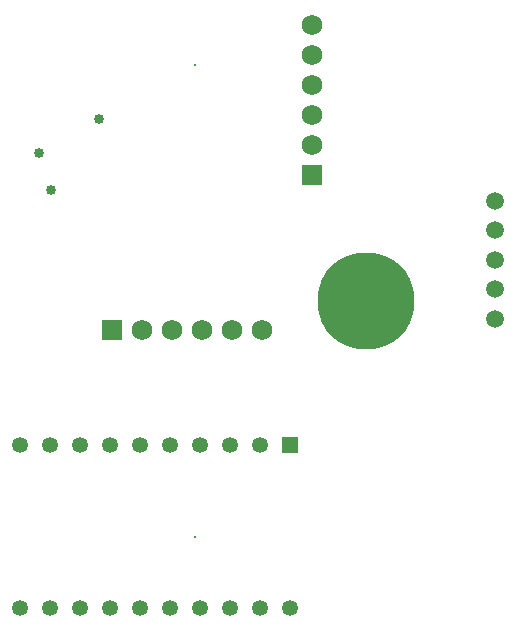
<source format=gbs>
G04*
G04 #@! TF.GenerationSoftware,Altium Limited,Altium Designer,23.6.0 (18)*
G04*
G04 Layer_Color=16711935*
%FSLAX25Y25*%
%MOIN*%
G70*
G04*
G04 #@! TF.SameCoordinates,7954F5F0-22A1-4131-B6F7-0AC426F17986*
G04*
G04*
G04 #@! TF.FilePolarity,Negative*
G04*
G01*
G75*
%ADD32C,0.05900*%
%ADD33C,0.05315*%
%ADD34R,0.05315X0.05315*%
%ADD35C,0.32296*%
%ADD36C,0.00800*%
%ADD37R,0.06902X0.06902*%
%ADD38C,0.06902*%
%ADD39R,0.06902X0.06902*%
%ADD40C,0.03359*%
D32*
X98130Y100197D02*
D03*
Y110039D02*
D03*
Y119882D02*
D03*
Y129724D02*
D03*
Y139567D02*
D03*
D33*
X30039Y3839D02*
D03*
X20039D02*
D03*
X10039D02*
D03*
X39D02*
D03*
X-9961D02*
D03*
X-19961D02*
D03*
X-29961D02*
D03*
X-39961D02*
D03*
X-49961D02*
D03*
X-59961D02*
D03*
Y58169D02*
D03*
X-49961D02*
D03*
X-39961D02*
D03*
X-29961D02*
D03*
X-19961D02*
D03*
X-9961D02*
D03*
X39D02*
D03*
X10039D02*
D03*
X20039D02*
D03*
D34*
X30039D02*
D03*
D35*
X55216Y106201D02*
D03*
D36*
X-1870Y27461D02*
D03*
Y184941D02*
D03*
D37*
X-29449Y96358D02*
D03*
D38*
X-19449D02*
D03*
X-9449D02*
D03*
X551D02*
D03*
X10551D02*
D03*
X20551D02*
D03*
X37402Y198248D02*
D03*
Y188248D02*
D03*
Y178248D02*
D03*
Y168248D02*
D03*
Y158248D02*
D03*
D39*
Y148248D02*
D03*
D40*
X-49606Y143110D02*
D03*
X-33661Y166949D02*
D03*
X-53740Y155610D02*
D03*
M02*

</source>
